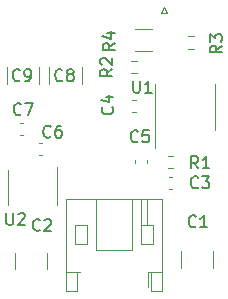
<source format=gbr>
%TF.GenerationSoftware,KiCad,Pcbnew,(6.0.7)*%
%TF.CreationDate,2023-05-12T13:37:48+02:00*%
%TF.ProjectId,SFH203_photodetector,53464832-3033-45f7-9068-6f746f646574,2.2*%
%TF.SameCoordinates,Original*%
%TF.FileFunction,Legend,Top*%
%TF.FilePolarity,Positive*%
%FSLAX46Y46*%
G04 Gerber Fmt 4.6, Leading zero omitted, Abs format (unit mm)*
G04 Created by KiCad (PCBNEW (6.0.7)) date 2023-05-12 13:37:48*
%MOMM*%
%LPD*%
G01*
G04 APERTURE LIST*
%ADD10C,0.150000*%
%ADD11C,0.120000*%
G04 APERTURE END LIST*
D10*
%TO.C,C3*%
X204133333Y-110757142D02*
X204085714Y-110804761D01*
X203942857Y-110852380D01*
X203847619Y-110852380D01*
X203704761Y-110804761D01*
X203609523Y-110709523D01*
X203561904Y-110614285D01*
X203514285Y-110423809D01*
X203514285Y-110280952D01*
X203561904Y-110090476D01*
X203609523Y-109995238D01*
X203704761Y-109900000D01*
X203847619Y-109852380D01*
X203942857Y-109852380D01*
X204085714Y-109900000D01*
X204133333Y-109947619D01*
X204466666Y-109852380D02*
X205085714Y-109852380D01*
X204752380Y-110233333D01*
X204895238Y-110233333D01*
X204990476Y-110280952D01*
X205038095Y-110328571D01*
X205085714Y-110423809D01*
X205085714Y-110661904D01*
X205038095Y-110757142D01*
X204990476Y-110804761D01*
X204895238Y-110852380D01*
X204609523Y-110852380D01*
X204514285Y-110804761D01*
X204466666Y-110757142D01*
%TO.C,C4*%
X196857142Y-103966666D02*
X196904761Y-104014285D01*
X196952380Y-104157142D01*
X196952380Y-104252380D01*
X196904761Y-104395238D01*
X196809523Y-104490476D01*
X196714285Y-104538095D01*
X196523809Y-104585714D01*
X196380952Y-104585714D01*
X196190476Y-104538095D01*
X196095238Y-104490476D01*
X196000000Y-104395238D01*
X195952380Y-104252380D01*
X195952380Y-104157142D01*
X196000000Y-104014285D01*
X196047619Y-103966666D01*
X196285714Y-103109523D02*
X196952380Y-103109523D01*
X195904761Y-103347619D02*
X196619047Y-103585714D01*
X196619047Y-102966666D01*
%TO.C,C8*%
X192633333Y-101682142D02*
X192585714Y-101729761D01*
X192442857Y-101777380D01*
X192347619Y-101777380D01*
X192204761Y-101729761D01*
X192109523Y-101634523D01*
X192061904Y-101539285D01*
X192014285Y-101348809D01*
X192014285Y-101205952D01*
X192061904Y-101015476D01*
X192109523Y-100920238D01*
X192204761Y-100825000D01*
X192347619Y-100777380D01*
X192442857Y-100777380D01*
X192585714Y-100825000D01*
X192633333Y-100872619D01*
X193204761Y-101205952D02*
X193109523Y-101158333D01*
X193061904Y-101110714D01*
X193014285Y-101015476D01*
X193014285Y-100967857D01*
X193061904Y-100872619D01*
X193109523Y-100825000D01*
X193204761Y-100777380D01*
X193395238Y-100777380D01*
X193490476Y-100825000D01*
X193538095Y-100872619D01*
X193585714Y-100967857D01*
X193585714Y-101015476D01*
X193538095Y-101110714D01*
X193490476Y-101158333D01*
X193395238Y-101205952D01*
X193204761Y-101205952D01*
X193109523Y-101253571D01*
X193061904Y-101301190D01*
X193014285Y-101396428D01*
X193014285Y-101586904D01*
X193061904Y-101682142D01*
X193109523Y-101729761D01*
X193204761Y-101777380D01*
X193395238Y-101777380D01*
X193490476Y-101729761D01*
X193538095Y-101682142D01*
X193585714Y-101586904D01*
X193585714Y-101396428D01*
X193538095Y-101301190D01*
X193490476Y-101253571D01*
X193395238Y-101205952D01*
%TO.C,C7*%
X189133333Y-104557142D02*
X189085714Y-104604761D01*
X188942857Y-104652380D01*
X188847619Y-104652380D01*
X188704761Y-104604761D01*
X188609523Y-104509523D01*
X188561904Y-104414285D01*
X188514285Y-104223809D01*
X188514285Y-104080952D01*
X188561904Y-103890476D01*
X188609523Y-103795238D01*
X188704761Y-103700000D01*
X188847619Y-103652380D01*
X188942857Y-103652380D01*
X189085714Y-103700000D01*
X189133333Y-103747619D01*
X189466666Y-103652380D02*
X190133333Y-103652380D01*
X189704761Y-104652380D01*
%TO.C,R3*%
X206152380Y-98766666D02*
X205676190Y-99100000D01*
X206152380Y-99338095D02*
X205152380Y-99338095D01*
X205152380Y-98957142D01*
X205200000Y-98861904D01*
X205247619Y-98814285D01*
X205342857Y-98766666D01*
X205485714Y-98766666D01*
X205580952Y-98814285D01*
X205628571Y-98861904D01*
X205676190Y-98957142D01*
X205676190Y-99338095D01*
X205152380Y-98433333D02*
X205152380Y-97814285D01*
X205533333Y-98147619D01*
X205533333Y-98004761D01*
X205580952Y-97909523D01*
X205628571Y-97861904D01*
X205723809Y-97814285D01*
X205961904Y-97814285D01*
X206057142Y-97861904D01*
X206104761Y-97909523D01*
X206152380Y-98004761D01*
X206152380Y-98290476D01*
X206104761Y-98385714D01*
X206057142Y-98433333D01*
%TO.C,R4*%
X197052380Y-98566666D02*
X196576190Y-98900000D01*
X197052380Y-99138095D02*
X196052380Y-99138095D01*
X196052380Y-98757142D01*
X196100000Y-98661904D01*
X196147619Y-98614285D01*
X196242857Y-98566666D01*
X196385714Y-98566666D01*
X196480952Y-98614285D01*
X196528571Y-98661904D01*
X196576190Y-98757142D01*
X196576190Y-99138095D01*
X196385714Y-97709523D02*
X197052380Y-97709523D01*
X196004761Y-97947619D02*
X196719047Y-98185714D01*
X196719047Y-97566666D01*
%TO.C,U2*%
X187888095Y-112952380D02*
X187888095Y-113761904D01*
X187935714Y-113857142D01*
X187983333Y-113904761D01*
X188078571Y-113952380D01*
X188269047Y-113952380D01*
X188364285Y-113904761D01*
X188411904Y-113857142D01*
X188459523Y-113761904D01*
X188459523Y-112952380D01*
X188888095Y-113047619D02*
X188935714Y-113000000D01*
X189030952Y-112952380D01*
X189269047Y-112952380D01*
X189364285Y-113000000D01*
X189411904Y-113047619D01*
X189459523Y-113142857D01*
X189459523Y-113238095D01*
X189411904Y-113380952D01*
X188840476Y-113952380D01*
X189459523Y-113952380D01*
%TO.C,C5*%
X199033333Y-106857142D02*
X198985714Y-106904761D01*
X198842857Y-106952380D01*
X198747619Y-106952380D01*
X198604761Y-106904761D01*
X198509523Y-106809523D01*
X198461904Y-106714285D01*
X198414285Y-106523809D01*
X198414285Y-106380952D01*
X198461904Y-106190476D01*
X198509523Y-106095238D01*
X198604761Y-106000000D01*
X198747619Y-105952380D01*
X198842857Y-105952380D01*
X198985714Y-106000000D01*
X199033333Y-106047619D01*
X199938095Y-105952380D02*
X199461904Y-105952380D01*
X199414285Y-106428571D01*
X199461904Y-106380952D01*
X199557142Y-106333333D01*
X199795238Y-106333333D01*
X199890476Y-106380952D01*
X199938095Y-106428571D01*
X199985714Y-106523809D01*
X199985714Y-106761904D01*
X199938095Y-106857142D01*
X199890476Y-106904761D01*
X199795238Y-106952380D01*
X199557142Y-106952380D01*
X199461904Y-106904761D01*
X199414285Y-106857142D01*
%TO.C,C1*%
X203933333Y-114057142D02*
X203885714Y-114104761D01*
X203742857Y-114152380D01*
X203647619Y-114152380D01*
X203504761Y-114104761D01*
X203409523Y-114009523D01*
X203361904Y-113914285D01*
X203314285Y-113723809D01*
X203314285Y-113580952D01*
X203361904Y-113390476D01*
X203409523Y-113295238D01*
X203504761Y-113200000D01*
X203647619Y-113152380D01*
X203742857Y-113152380D01*
X203885714Y-113200000D01*
X203933333Y-113247619D01*
X204885714Y-114152380D02*
X204314285Y-114152380D01*
X204600000Y-114152380D02*
X204600000Y-113152380D01*
X204504761Y-113295238D01*
X204409523Y-113390476D01*
X204314285Y-113438095D01*
%TO.C,U1*%
X198638095Y-101752380D02*
X198638095Y-102561904D01*
X198685714Y-102657142D01*
X198733333Y-102704761D01*
X198828571Y-102752380D01*
X199019047Y-102752380D01*
X199114285Y-102704761D01*
X199161904Y-102657142D01*
X199209523Y-102561904D01*
X199209523Y-101752380D01*
X200209523Y-102752380D02*
X199638095Y-102752380D01*
X199923809Y-102752380D02*
X199923809Y-101752380D01*
X199828571Y-101895238D01*
X199733333Y-101990476D01*
X199638095Y-102038095D01*
%TO.C,R2*%
X196852380Y-100766666D02*
X196376190Y-101100000D01*
X196852380Y-101338095D02*
X195852380Y-101338095D01*
X195852380Y-100957142D01*
X195900000Y-100861904D01*
X195947619Y-100814285D01*
X196042857Y-100766666D01*
X196185714Y-100766666D01*
X196280952Y-100814285D01*
X196328571Y-100861904D01*
X196376190Y-100957142D01*
X196376190Y-101338095D01*
X195947619Y-100385714D02*
X195900000Y-100338095D01*
X195852380Y-100242857D01*
X195852380Y-100004761D01*
X195900000Y-99909523D01*
X195947619Y-99861904D01*
X196042857Y-99814285D01*
X196138095Y-99814285D01*
X196280952Y-99861904D01*
X196852380Y-100433333D01*
X196852380Y-99814285D01*
%TO.C,C6*%
X191633333Y-106457142D02*
X191585714Y-106504761D01*
X191442857Y-106552380D01*
X191347619Y-106552380D01*
X191204761Y-106504761D01*
X191109523Y-106409523D01*
X191061904Y-106314285D01*
X191014285Y-106123809D01*
X191014285Y-105980952D01*
X191061904Y-105790476D01*
X191109523Y-105695238D01*
X191204761Y-105600000D01*
X191347619Y-105552380D01*
X191442857Y-105552380D01*
X191585714Y-105600000D01*
X191633333Y-105647619D01*
X192490476Y-105552380D02*
X192300000Y-105552380D01*
X192204761Y-105600000D01*
X192157142Y-105647619D01*
X192061904Y-105790476D01*
X192014285Y-105980952D01*
X192014285Y-106361904D01*
X192061904Y-106457142D01*
X192109523Y-106504761D01*
X192204761Y-106552380D01*
X192395238Y-106552380D01*
X192490476Y-106504761D01*
X192538095Y-106457142D01*
X192585714Y-106361904D01*
X192585714Y-106123809D01*
X192538095Y-106028571D01*
X192490476Y-105980952D01*
X192395238Y-105933333D01*
X192204761Y-105933333D01*
X192109523Y-105980952D01*
X192061904Y-106028571D01*
X192014285Y-106123809D01*
%TO.C,R1*%
X204133333Y-109152380D02*
X203800000Y-108676190D01*
X203561904Y-109152380D02*
X203561904Y-108152380D01*
X203942857Y-108152380D01*
X204038095Y-108200000D01*
X204085714Y-108247619D01*
X204133333Y-108342857D01*
X204133333Y-108485714D01*
X204085714Y-108580952D01*
X204038095Y-108628571D01*
X203942857Y-108676190D01*
X203561904Y-108676190D01*
X205085714Y-109152380D02*
X204514285Y-109152380D01*
X204800000Y-109152380D02*
X204800000Y-108152380D01*
X204704761Y-108295238D01*
X204609523Y-108390476D01*
X204514285Y-108438095D01*
%TO.C,C9*%
X189033333Y-101682142D02*
X188985714Y-101729761D01*
X188842857Y-101777380D01*
X188747619Y-101777380D01*
X188604761Y-101729761D01*
X188509523Y-101634523D01*
X188461904Y-101539285D01*
X188414285Y-101348809D01*
X188414285Y-101205952D01*
X188461904Y-101015476D01*
X188509523Y-100920238D01*
X188604761Y-100825000D01*
X188747619Y-100777380D01*
X188842857Y-100777380D01*
X188985714Y-100825000D01*
X189033333Y-100872619D01*
X189509523Y-101777380D02*
X189700000Y-101777380D01*
X189795238Y-101729761D01*
X189842857Y-101682142D01*
X189938095Y-101539285D01*
X189985714Y-101348809D01*
X189985714Y-100967857D01*
X189938095Y-100872619D01*
X189890476Y-100825000D01*
X189795238Y-100777380D01*
X189604761Y-100777380D01*
X189509523Y-100825000D01*
X189461904Y-100872619D01*
X189414285Y-100967857D01*
X189414285Y-101205952D01*
X189461904Y-101301190D01*
X189509523Y-101348809D01*
X189604761Y-101396428D01*
X189795238Y-101396428D01*
X189890476Y-101348809D01*
X189938095Y-101301190D01*
X189985714Y-101205952D01*
%TO.C,C2*%
X190733333Y-114357142D02*
X190685714Y-114404761D01*
X190542857Y-114452380D01*
X190447619Y-114452380D01*
X190304761Y-114404761D01*
X190209523Y-114309523D01*
X190161904Y-114214285D01*
X190114285Y-114023809D01*
X190114285Y-113880952D01*
X190161904Y-113690476D01*
X190209523Y-113595238D01*
X190304761Y-113500000D01*
X190447619Y-113452380D01*
X190542857Y-113452380D01*
X190685714Y-113500000D01*
X190733333Y-113547619D01*
X191114285Y-113547619D02*
X191161904Y-113500000D01*
X191257142Y-113452380D01*
X191495238Y-113452380D01*
X191590476Y-113500000D01*
X191638095Y-113547619D01*
X191685714Y-113642857D01*
X191685714Y-113738095D01*
X191638095Y-113880952D01*
X191066666Y-114452380D01*
X191685714Y-114452380D01*
D11*
%TO.C,C3*%
X201659420Y-110910000D02*
X201940580Y-110910000D01*
X201659420Y-109890000D02*
X201940580Y-109890000D01*
%TO.C,J1*%
X195500000Y-116100000D02*
X195500000Y-111740000D01*
X192940000Y-119560000D02*
X193860000Y-119560000D01*
X200300000Y-114000000D02*
X199300000Y-114000000D01*
X192940000Y-117960000D02*
X193860000Y-117960000D01*
X200140000Y-119560000D02*
X201060000Y-119560000D01*
X194700000Y-114000000D02*
X194700000Y-115600000D01*
X199860000Y-117960000D02*
X199860000Y-119175000D01*
X199860000Y-117960000D02*
X200140000Y-117960000D01*
X198500000Y-116100000D02*
X195500000Y-116100000D01*
X193860000Y-117960000D02*
X194140000Y-117960000D01*
X200300000Y-115600000D02*
X200300000Y-114000000D01*
X199300000Y-114000000D02*
X199300000Y-115600000D01*
X193700000Y-115600000D02*
X193700000Y-114000000D01*
X199300000Y-115600000D02*
X200300000Y-115600000D01*
X201060000Y-119560000D02*
X201060000Y-111740000D01*
X193860000Y-119560000D02*
X193860000Y-117960000D01*
X198500000Y-111740000D02*
X198500000Y-116100000D01*
X200140000Y-117960000D02*
X200140000Y-119560000D01*
X199800000Y-114000000D02*
X199800000Y-111740000D01*
X192940000Y-111740000D02*
X192940000Y-119560000D01*
X201060000Y-117960000D02*
X200140000Y-117960000D01*
X201060000Y-111740000D02*
X192940000Y-111740000D01*
X194700000Y-115600000D02*
X193700000Y-115600000D01*
X199300000Y-114000000D02*
X199300000Y-111740000D01*
X193700000Y-114000000D02*
X194700000Y-114000000D01*
%TO.C,C4*%
X198559420Y-104410000D02*
X198840580Y-104410000D01*
X198559420Y-103390000D02*
X198840580Y-103390000D01*
%TO.C,C8*%
X191540000Y-102036252D02*
X191540000Y-100613748D01*
X194260000Y-102036252D02*
X194260000Y-100613748D01*
%TO.C,C7*%
X189340580Y-105290000D02*
X189059420Y-105290000D01*
X189340580Y-106310000D02*
X189059420Y-106310000D01*
%TO.C,R3*%
X203737258Y-99022500D02*
X203262742Y-99022500D01*
X203737258Y-97977500D02*
X203262742Y-97977500D01*
%TO.C,R4*%
X198772936Y-97390000D02*
X200227064Y-97390000D01*
X198772936Y-99210000D02*
X200227064Y-99210000D01*
%TO.C,U2*%
X192210000Y-109050000D02*
X192210000Y-112300000D01*
X187990000Y-109300000D02*
X187990000Y-112300000D01*
%TO.C,C5*%
X199810000Y-108740580D02*
X199810000Y-108459420D01*
X198790000Y-108740580D02*
X198790000Y-108459420D01*
%TO.C,C1*%
X202640000Y-116201248D02*
X202640000Y-117623752D01*
X205360000Y-116201248D02*
X205360000Y-117623752D01*
%TO.C,J4*%
X200950000Y-96035000D02*
X201450000Y-96035000D01*
X201200000Y-95535000D02*
X200950000Y-96035000D01*
X201450000Y-96035000D02*
X201200000Y-95535000D01*
%TO.C,U1*%
X200440000Y-104000000D02*
X200440000Y-102050000D01*
X205560000Y-104000000D02*
X205560000Y-105950000D01*
X205560000Y-104000000D02*
X205560000Y-102050000D01*
X200440000Y-104000000D02*
X200440000Y-107450000D01*
%TO.C,R2*%
X198937258Y-100077500D02*
X198462742Y-100077500D01*
X198937258Y-101122500D02*
X198462742Y-101122500D01*
%TO.C,C6*%
X190940580Y-108010000D02*
X190659420Y-108010000D01*
X190940580Y-106990000D02*
X190659420Y-106990000D01*
%TO.C,R1*%
X201562742Y-108077500D02*
X202037258Y-108077500D01*
X201562742Y-109122500D02*
X202037258Y-109122500D01*
%TO.C,C9*%
X187940000Y-100613748D02*
X187940000Y-102036252D01*
X190660000Y-100613748D02*
X190660000Y-102036252D01*
%TO.C,C2*%
X188640000Y-117711252D02*
X188640000Y-116288748D01*
X191360000Y-117711252D02*
X191360000Y-116288748D01*
%TD*%
M02*

</source>
